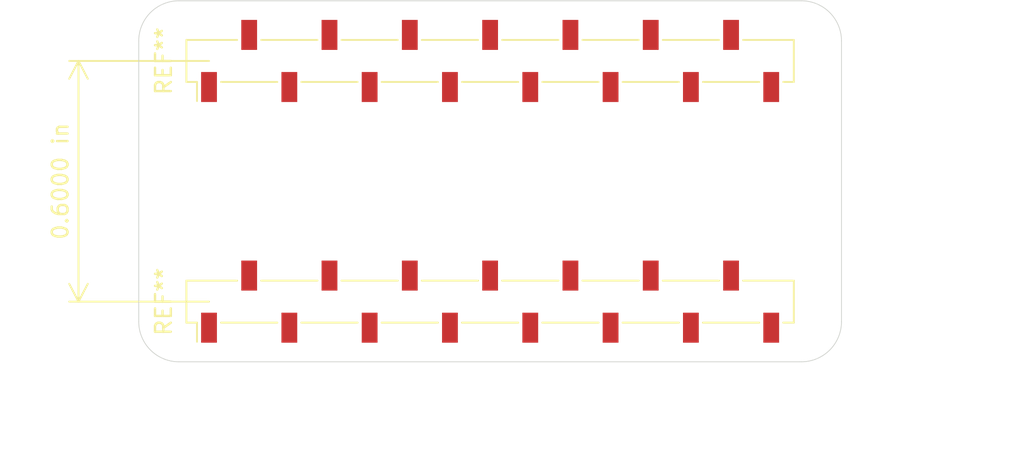
<source format=kicad_pcb>
(kicad_pcb (version 20171130) (host pcbnew 5.1.4-e60b266~84~ubuntu18.04.1)

  (general
    (thickness 1.6)
    (drawings 11)
    (tracks 0)
    (zones 0)
    (modules 2)
    (nets 1)
  )

  (page A4)
  (layers
    (0 Top signal)
    (1 PWR signal)
    (2 MID signal)
    (31 Bottom signal)
    (32 B.Adhes user)
    (33 F.Adhes user)
    (34 B.Paste user)
    (35 F.Paste user)
    (36 B.SilkS user)
    (37 F.SilkS user)
    (38 B.Mask user)
    (39 F.Mask user)
    (40 Dwgs.User user)
    (41 Cmts.User user)
    (42 Eco1.User user)
    (43 Eco2.User user)
    (44 Edge.Cuts user)
    (45 Margin user)
    (46 B.CrtYd user)
    (47 F.CrtYd user)
    (48 B.Fab user)
    (49 F.Fab user)
  )

  (setup
    (last_trace_width 0.25)
    (trace_clearance 0.2)
    (zone_clearance 0.508)
    (zone_45_only no)
    (trace_min 0.2)
    (via_size 0.8)
    (via_drill 0.4)
    (via_min_size 0.4)
    (via_min_drill 0.3)
    (uvia_size 0.3)
    (uvia_drill 0.1)
    (uvias_allowed no)
    (uvia_min_size 0.2)
    (uvia_min_drill 0.1)
    (edge_width 0.05)
    (segment_width 0.2)
    (pcb_text_width 0.3)
    (pcb_text_size 1.5 1.5)
    (mod_edge_width 0.12)
    (mod_text_size 1 1)
    (mod_text_width 0.15)
    (pad_size 1.524 1.524)
    (pad_drill 0.762)
    (pad_to_mask_clearance 0.051)
    (solder_mask_min_width 0.25)
    (aux_axis_origin 0 0)
    (visible_elements FFFFFF7F)
    (pcbplotparams
      (layerselection 0x010fc_ffffffff)
      (usegerberextensions false)
      (usegerberattributes false)
      (usegerberadvancedattributes false)
      (creategerberjobfile false)
      (excludeedgelayer true)
      (linewidth 0.100000)
      (plotframeref false)
      (viasonmask false)
      (mode 1)
      (useauxorigin false)
      (hpglpennumber 1)
      (hpglpenspeed 20)
      (hpglpendiameter 15.000000)
      (psnegative false)
      (psa4output false)
      (plotreference true)
      (plotvalue true)
      (plotinvisibletext false)
      (padsonsilk false)
      (subtractmaskfromsilk false)
      (outputformat 1)
      (mirror false)
      (drillshape 1)
      (scaleselection 1)
      (outputdirectory ""))
  )

  (net 0 "")

  (net_class Default "This is the default net class."
    (clearance 0.2)
    (trace_width 0.25)
    (via_dia 0.8)
    (via_drill 0.4)
    (uvia_dia 0.3)
    (uvia_drill 0.1)
  )

  (module Connector_PinSocket_2.54mm:PinSocket_1x15_P2.54mm_Vertical_SMD_Pin1Left (layer Top) (tedit 5A19A431) (tstamp 5D5F460B)
    (at 76.835 130.81 90)
    (descr "surface-mounted straight socket strip, 1x15, 2.54mm pitch, single row, style 1 (pin 1 left) (https://cdn.harwin.com/pdfs/M20-786.pdf), script generated")
    (tags "Surface mounted socket strip SMD 1x15 2.54mm single row style1 pin1 left")
    (attr smd)
    (fp_text reference REF** (at 0 -20.65 90) (layer F.SilkS)
      (effects (font (size 1 1) (thickness 0.15)))
    )
    (fp_text value PinSocket_1x15_P2.54mm_Vertical_SMD_Pin1Left (at 0 20.65 90) (layer F.Fab) hide
      (effects (font (size 1 1) (thickness 0.15)))
    )
    (fp_line (start -1.33 -19.21) (end 1.33 -19.21) (layer F.SilkS) (width 0.12))
    (fp_line (start 1.33 -19.21) (end 1.33 -16) (layer F.SilkS) (width 0.12))
    (fp_line (start 1.33 -14.48) (end 1.33 -10.92) (layer F.SilkS) (width 0.12))
    (fp_line (start 1.33 -9.4) (end 1.33 -5.84) (layer F.SilkS) (width 0.12))
    (fp_line (start 1.33 -4.32) (end 1.33 -0.76) (layer F.SilkS) (width 0.12))
    (fp_line (start 1.33 0.76) (end 1.33 4.32) (layer F.SilkS) (width 0.12))
    (fp_line (start 1.33 5.84) (end 1.33 9.4) (layer F.SilkS) (width 0.12))
    (fp_line (start 1.33 10.92) (end 1.33 14.48) (layer F.SilkS) (width 0.12))
    (fp_line (start 1.33 16) (end 1.33 19.21) (layer F.SilkS) (width 0.12))
    (fp_line (start -1.33 19.21) (end 1.33 19.21) (layer F.SilkS) (width 0.12))
    (fp_line (start -1.33 -19.21) (end -1.33 -18.54) (layer F.SilkS) (width 0.12))
    (fp_line (start -1.33 -17.02) (end -1.33 -13.46) (layer F.SilkS) (width 0.12))
    (fp_line (start -1.33 -11.94) (end -1.33 -8.38) (layer F.SilkS) (width 0.12))
    (fp_line (start -1.33 -6.86) (end -1.33 -3.3) (layer F.SilkS) (width 0.12))
    (fp_line (start -1.33 -1.78) (end -1.33 1.78) (layer F.SilkS) (width 0.12))
    (fp_line (start -1.33 3.3) (end -1.33 6.86) (layer F.SilkS) (width 0.12))
    (fp_line (start -1.33 8.38) (end -1.33 11.94) (layer F.SilkS) (width 0.12))
    (fp_line (start -1.33 13.46) (end -1.33 17.02) (layer F.SilkS) (width 0.12))
    (fp_line (start -1.33 18.54) (end -1.33 19.21) (layer F.SilkS) (width 0.12))
    (fp_line (start -2.54 -18.54) (end -1.33 -18.54) (layer F.SilkS) (width 0.12))
    (fp_line (start -0.635 -19.15) (end 1.27 -19.15) (layer F.Fab) (width 0.1))
    (fp_line (start 1.27 -19.15) (end 1.27 19.15) (layer F.Fab) (width 0.1))
    (fp_line (start 1.27 19.15) (end -1.27 19.15) (layer F.Fab) (width 0.1))
    (fp_line (start -1.27 19.15) (end -1.27 -18.515) (layer F.Fab) (width 0.1))
    (fp_line (start -1.27 -18.515) (end -0.635 -19.15) (layer F.Fab) (width 0.1))
    (fp_line (start -2.27 -18.08) (end -1.27 -18.08) (layer F.Fab) (width 0.1))
    (fp_line (start -1.27 -17.48) (end -2.27 -17.48) (layer F.Fab) (width 0.1))
    (fp_line (start -2.27 -17.48) (end -2.27 -18.08) (layer F.Fab) (width 0.1))
    (fp_line (start 1.27 -15.54) (end 2.27 -15.54) (layer F.Fab) (width 0.1))
    (fp_line (start 2.27 -15.54) (end 2.27 -14.94) (layer F.Fab) (width 0.1))
    (fp_line (start 2.27 -14.94) (end 1.27 -14.94) (layer F.Fab) (width 0.1))
    (fp_line (start -2.27 -13) (end -1.27 -13) (layer F.Fab) (width 0.1))
    (fp_line (start -1.27 -12.4) (end -2.27 -12.4) (layer F.Fab) (width 0.1))
    (fp_line (start -2.27 -12.4) (end -2.27 -13) (layer F.Fab) (width 0.1))
    (fp_line (start 1.27 -10.46) (end 2.27 -10.46) (layer F.Fab) (width 0.1))
    (fp_line (start 2.27 -10.46) (end 2.27 -9.86) (layer F.Fab) (width 0.1))
    (fp_line (start 2.27 -9.86) (end 1.27 -9.86) (layer F.Fab) (width 0.1))
    (fp_line (start -2.27 -7.92) (end -1.27 -7.92) (layer F.Fab) (width 0.1))
    (fp_line (start -1.27 -7.32) (end -2.27 -7.32) (layer F.Fab) (width 0.1))
    (fp_line (start -2.27 -7.32) (end -2.27 -7.92) (layer F.Fab) (width 0.1))
    (fp_line (start 1.27 -5.38) (end 2.27 -5.38) (layer F.Fab) (width 0.1))
    (fp_line (start 2.27 -5.38) (end 2.27 -4.78) (layer F.Fab) (width 0.1))
    (fp_line (start 2.27 -4.78) (end 1.27 -4.78) (layer F.Fab) (width 0.1))
    (fp_line (start -2.27 -2.84) (end -1.27 -2.84) (layer F.Fab) (width 0.1))
    (fp_line (start -1.27 -2.24) (end -2.27 -2.24) (layer F.Fab) (width 0.1))
    (fp_line (start -2.27 -2.24) (end -2.27 -2.84) (layer F.Fab) (width 0.1))
    (fp_line (start 1.27 -0.3) (end 2.27 -0.3) (layer F.Fab) (width 0.1))
    (fp_line (start 2.27 -0.3) (end 2.27 0.3) (layer F.Fab) (width 0.1))
    (fp_line (start 2.27 0.3) (end 1.27 0.3) (layer F.Fab) (width 0.1))
    (fp_line (start -2.27 2.24) (end -1.27 2.24) (layer F.Fab) (width 0.1))
    (fp_line (start -1.27 2.84) (end -2.27 2.84) (layer F.Fab) (width 0.1))
    (fp_line (start -2.27 2.84) (end -2.27 2.24) (layer F.Fab) (width 0.1))
    (fp_line (start 1.27 4.78) (end 2.27 4.78) (layer F.Fab) (width 0.1))
    (fp_line (start 2.27 4.78) (end 2.27 5.38) (layer F.Fab) (width 0.1))
    (fp_line (start 2.27 5.38) (end 1.27 5.38) (layer F.Fab) (width 0.1))
    (fp_line (start -2.27 7.32) (end -1.27 7.32) (layer F.Fab) (width 0.1))
    (fp_line (start -1.27 7.92) (end -2.27 7.92) (layer F.Fab) (width 0.1))
    (fp_line (start -2.27 7.92) (end -2.27 7.32) (layer F.Fab) (width 0.1))
    (fp_line (start 1.27 9.86) (end 2.27 9.86) (layer F.Fab) (width 0.1))
    (fp_line (start 2.27 9.86) (end 2.27 10.46) (layer F.Fab) (width 0.1))
    (fp_line (start 2.27 10.46) (end 1.27 10.46) (layer F.Fab) (width 0.1))
    (fp_line (start -2.27 12.4) (end -1.27 12.4) (layer F.Fab) (width 0.1))
    (fp_line (start -1.27 13) (end -2.27 13) (layer F.Fab) (width 0.1))
    (fp_line (start -2.27 13) (end -2.27 12.4) (layer F.Fab) (width 0.1))
    (fp_line (start 1.27 14.94) (end 2.27 14.94) (layer F.Fab) (width 0.1))
    (fp_line (start 2.27 14.94) (end 2.27 15.54) (layer F.Fab) (width 0.1))
    (fp_line (start 2.27 15.54) (end 1.27 15.54) (layer F.Fab) (width 0.1))
    (fp_line (start -2.27 17.48) (end -1.27 17.48) (layer F.Fab) (width 0.1))
    (fp_line (start -1.27 18.08) (end -2.27 18.08) (layer F.Fab) (width 0.1))
    (fp_line (start -2.27 18.08) (end -2.27 17.48) (layer F.Fab) (width 0.1))
    (fp_line (start -3.1 -19.65) (end 3.1 -19.65) (layer F.CrtYd) (width 0.05))
    (fp_line (start 3.1 -19.65) (end 3.1 19.65) (layer F.CrtYd) (width 0.05))
    (fp_line (start 3.1 19.65) (end -3.1 19.65) (layer F.CrtYd) (width 0.05))
    (fp_line (start -3.1 19.65) (end -3.1 -19.65) (layer F.CrtYd) (width 0.05))
    (fp_text user %R (at 0 0) (layer F.Fab)
      (effects (font (size 1 1) (thickness 0.15)))
    )
    (pad 1 smd rect (at -1.65 -17.78 90) (size 1.9 1) (layers Top F.Paste F.Mask))
    (pad 3 smd rect (at -1.65 -12.7 90) (size 1.9 1) (layers Top F.Paste F.Mask))
    (pad 5 smd rect (at -1.65 -7.62 90) (size 1.9 1) (layers Top F.Paste F.Mask))
    (pad 7 smd rect (at -1.65 -2.54 90) (size 1.9 1) (layers Top F.Paste F.Mask))
    (pad 9 smd rect (at -1.65 2.54 90) (size 1.9 1) (layers Top F.Paste F.Mask))
    (pad 11 smd rect (at -1.65 7.62 90) (size 1.9 1) (layers Top F.Paste F.Mask))
    (pad 13 smd rect (at -1.65 12.7 90) (size 1.9 1) (layers Top F.Paste F.Mask))
    (pad 15 smd rect (at -1.65 17.78 90) (size 1.9 1) (layers Top F.Paste F.Mask))
    (pad 2 smd rect (at 1.65 -15.24 90) (size 1.9 1) (layers Top F.Paste F.Mask))
    (pad 4 smd rect (at 1.65 -10.16 90) (size 1.9 1) (layers Top F.Paste F.Mask))
    (pad 6 smd rect (at 1.65 -5.08 90) (size 1.9 1) (layers Top F.Paste F.Mask))
    (pad 8 smd rect (at 1.65 0 90) (size 1.9 1) (layers Top F.Paste F.Mask))
    (pad 10 smd rect (at 1.65 5.08 90) (size 1.9 1) (layers Top F.Paste F.Mask))
    (pad 12 smd rect (at 1.65 10.16 90) (size 1.9 1) (layers Top F.Paste F.Mask))
    (pad 14 smd rect (at 1.65 15.24 90) (size 1.9 1) (layers Top F.Paste F.Mask))
    (model ${KISYS3DMOD}/Connector_PinSocket_2.54mm.3dshapes/PinSocket_1x15_P2.54mm_Vertical_SMD_Pin1Left.wrl
      (at (xyz 0 0 0))
      (scale (xyz 1 1 1))
      (rotate (xyz 0 0 0))
    )
  )

  (module Connector_PinSocket_2.54mm:PinSocket_1x15_P2.54mm_Vertical_SMD_Pin1Left (layer Top) (tedit 5A19A431) (tstamp 5D5F45AC)
    (at 76.835 115.57 90)
    (descr "surface-mounted straight socket strip, 1x15, 2.54mm pitch, single row, style 1 (pin 1 left) (https://cdn.harwin.com/pdfs/M20-786.pdf), script generated")
    (tags "Surface mounted socket strip SMD 1x15 2.54mm single row style1 pin1 left")
    (attr smd)
    (fp_text reference REF** (at 0 -20.65 90) (layer F.SilkS)
      (effects (font (size 1 1) (thickness 0.15)))
    )
    (fp_text value PinSocket_1x15_P2.54mm_Vertical_SMD_Pin1Left (at 0 20.65 90) (layer F.Fab) hide
      (effects (font (size 1 1) (thickness 0.15)))
    )
    (fp_text user %R (at 0 0) (layer F.Fab)
      (effects (font (size 1 1) (thickness 0.15)))
    )
    (fp_line (start -3.1 19.65) (end -3.1 -19.65) (layer F.CrtYd) (width 0.05))
    (fp_line (start 3.1 19.65) (end -3.1 19.65) (layer F.CrtYd) (width 0.05))
    (fp_line (start 3.1 -19.65) (end 3.1 19.65) (layer F.CrtYd) (width 0.05))
    (fp_line (start -3.1 -19.65) (end 3.1 -19.65) (layer F.CrtYd) (width 0.05))
    (fp_line (start -2.27 18.08) (end -2.27 17.48) (layer F.Fab) (width 0.1))
    (fp_line (start -1.27 18.08) (end -2.27 18.08) (layer F.Fab) (width 0.1))
    (fp_line (start -2.27 17.48) (end -1.27 17.48) (layer F.Fab) (width 0.1))
    (fp_line (start 2.27 15.54) (end 1.27 15.54) (layer F.Fab) (width 0.1))
    (fp_line (start 2.27 14.94) (end 2.27 15.54) (layer F.Fab) (width 0.1))
    (fp_line (start 1.27 14.94) (end 2.27 14.94) (layer F.Fab) (width 0.1))
    (fp_line (start -2.27 13) (end -2.27 12.4) (layer F.Fab) (width 0.1))
    (fp_line (start -1.27 13) (end -2.27 13) (layer F.Fab) (width 0.1))
    (fp_line (start -2.27 12.4) (end -1.27 12.4) (layer F.Fab) (width 0.1))
    (fp_line (start 2.27 10.46) (end 1.27 10.46) (layer F.Fab) (width 0.1))
    (fp_line (start 2.27 9.86) (end 2.27 10.46) (layer F.Fab) (width 0.1))
    (fp_line (start 1.27 9.86) (end 2.27 9.86) (layer F.Fab) (width 0.1))
    (fp_line (start -2.27 7.92) (end -2.27 7.32) (layer F.Fab) (width 0.1))
    (fp_line (start -1.27 7.92) (end -2.27 7.92) (layer F.Fab) (width 0.1))
    (fp_line (start -2.27 7.32) (end -1.27 7.32) (layer F.Fab) (width 0.1))
    (fp_line (start 2.27 5.38) (end 1.27 5.38) (layer F.Fab) (width 0.1))
    (fp_line (start 2.27 4.78) (end 2.27 5.38) (layer F.Fab) (width 0.1))
    (fp_line (start 1.27 4.78) (end 2.27 4.78) (layer F.Fab) (width 0.1))
    (fp_line (start -2.27 2.84) (end -2.27 2.24) (layer F.Fab) (width 0.1))
    (fp_line (start -1.27 2.84) (end -2.27 2.84) (layer F.Fab) (width 0.1))
    (fp_line (start -2.27 2.24) (end -1.27 2.24) (layer F.Fab) (width 0.1))
    (fp_line (start 2.27 0.3) (end 1.27 0.3) (layer F.Fab) (width 0.1))
    (fp_line (start 2.27 -0.3) (end 2.27 0.3) (layer F.Fab) (width 0.1))
    (fp_line (start 1.27 -0.3) (end 2.27 -0.3) (layer F.Fab) (width 0.1))
    (fp_line (start -2.27 -2.24) (end -2.27 -2.84) (layer F.Fab) (width 0.1))
    (fp_line (start -1.27 -2.24) (end -2.27 -2.24) (layer F.Fab) (width 0.1))
    (fp_line (start -2.27 -2.84) (end -1.27 -2.84) (layer F.Fab) (width 0.1))
    (fp_line (start 2.27 -4.78) (end 1.27 -4.78) (layer F.Fab) (width 0.1))
    (fp_line (start 2.27 -5.38) (end 2.27 -4.78) (layer F.Fab) (width 0.1))
    (fp_line (start 1.27 -5.38) (end 2.27 -5.38) (layer F.Fab) (width 0.1))
    (fp_line (start -2.27 -7.32) (end -2.27 -7.92) (layer F.Fab) (width 0.1))
    (fp_line (start -1.27 -7.32) (end -2.27 -7.32) (layer F.Fab) (width 0.1))
    (fp_line (start -2.27 -7.92) (end -1.27 -7.92) (layer F.Fab) (width 0.1))
    (fp_line (start 2.27 -9.86) (end 1.27 -9.86) (layer F.Fab) (width 0.1))
    (fp_line (start 2.27 -10.46) (end 2.27 -9.86) (layer F.Fab) (width 0.1))
    (fp_line (start 1.27 -10.46) (end 2.27 -10.46) (layer F.Fab) (width 0.1))
    (fp_line (start -2.27 -12.4) (end -2.27 -13) (layer F.Fab) (width 0.1))
    (fp_line (start -1.27 -12.4) (end -2.27 -12.4) (layer F.Fab) (width 0.1))
    (fp_line (start -2.27 -13) (end -1.27 -13) (layer F.Fab) (width 0.1))
    (fp_line (start 2.27 -14.94) (end 1.27 -14.94) (layer F.Fab) (width 0.1))
    (fp_line (start 2.27 -15.54) (end 2.27 -14.94) (layer F.Fab) (width 0.1))
    (fp_line (start 1.27 -15.54) (end 2.27 -15.54) (layer F.Fab) (width 0.1))
    (fp_line (start -2.27 -17.48) (end -2.27 -18.08) (layer F.Fab) (width 0.1))
    (fp_line (start -1.27 -17.48) (end -2.27 -17.48) (layer F.Fab) (width 0.1))
    (fp_line (start -2.27 -18.08) (end -1.27 -18.08) (layer F.Fab) (width 0.1))
    (fp_line (start -1.27 -18.515) (end -0.635 -19.15) (layer F.Fab) (width 0.1))
    (fp_line (start -1.27 19.15) (end -1.27 -18.515) (layer F.Fab) (width 0.1))
    (fp_line (start 1.27 19.15) (end -1.27 19.15) (layer F.Fab) (width 0.1))
    (fp_line (start 1.27 -19.15) (end 1.27 19.15) (layer F.Fab) (width 0.1))
    (fp_line (start -0.635 -19.15) (end 1.27 -19.15) (layer F.Fab) (width 0.1))
    (fp_line (start -2.54 -18.54) (end -1.33 -18.54) (layer F.SilkS) (width 0.12))
    (fp_line (start -1.33 18.54) (end -1.33 19.21) (layer F.SilkS) (width 0.12))
    (fp_line (start -1.33 13.46) (end -1.33 17.02) (layer F.SilkS) (width 0.12))
    (fp_line (start -1.33 8.38) (end -1.33 11.94) (layer F.SilkS) (width 0.12))
    (fp_line (start -1.33 3.3) (end -1.33 6.86) (layer F.SilkS) (width 0.12))
    (fp_line (start -1.33 -1.78) (end -1.33 1.78) (layer F.SilkS) (width 0.12))
    (fp_line (start -1.33 -6.86) (end -1.33 -3.3) (layer F.SilkS) (width 0.12))
    (fp_line (start -1.33 -11.94) (end -1.33 -8.38) (layer F.SilkS) (width 0.12))
    (fp_line (start -1.33 -17.02) (end -1.33 -13.46) (layer F.SilkS) (width 0.12))
    (fp_line (start -1.33 -19.21) (end -1.33 -18.54) (layer F.SilkS) (width 0.12))
    (fp_line (start -1.33 19.21) (end 1.33 19.21) (layer F.SilkS) (width 0.12))
    (fp_line (start 1.33 16) (end 1.33 19.21) (layer F.SilkS) (width 0.12))
    (fp_line (start 1.33 10.92) (end 1.33 14.48) (layer F.SilkS) (width 0.12))
    (fp_line (start 1.33 5.84) (end 1.33 9.4) (layer F.SilkS) (width 0.12))
    (fp_line (start 1.33 0.76) (end 1.33 4.32) (layer F.SilkS) (width 0.12))
    (fp_line (start 1.33 -4.32) (end 1.33 -0.76) (layer F.SilkS) (width 0.12))
    (fp_line (start 1.33 -9.4) (end 1.33 -5.84) (layer F.SilkS) (width 0.12))
    (fp_line (start 1.33 -14.48) (end 1.33 -10.92) (layer F.SilkS) (width 0.12))
    (fp_line (start 1.33 -19.21) (end 1.33 -16) (layer F.SilkS) (width 0.12))
    (fp_line (start -1.33 -19.21) (end 1.33 -19.21) (layer F.SilkS) (width 0.12))
    (pad 14 smd rect (at 1.65 15.24 90) (size 1.9 1) (layers Top F.Paste F.Mask))
    (pad 12 smd rect (at 1.65 10.16 90) (size 1.9 1) (layers Top F.Paste F.Mask))
    (pad 10 smd rect (at 1.65 5.08 90) (size 1.9 1) (layers Top F.Paste F.Mask))
    (pad 8 smd rect (at 1.65 0 90) (size 1.9 1) (layers Top F.Paste F.Mask))
    (pad 6 smd rect (at 1.65 -5.08 90) (size 1.9 1) (layers Top F.Paste F.Mask))
    (pad 4 smd rect (at 1.65 -10.16 90) (size 1.9 1) (layers Top F.Paste F.Mask))
    (pad 2 smd rect (at 1.65 -15.24 90) (size 1.9 1) (layers Top F.Paste F.Mask))
    (pad 15 smd rect (at -1.65 17.78 90) (size 1.9 1) (layers Top F.Paste F.Mask))
    (pad 13 smd rect (at -1.65 12.7 90) (size 1.9 1) (layers Top F.Paste F.Mask))
    (pad 11 smd rect (at -1.65 7.62 90) (size 1.9 1) (layers Top F.Paste F.Mask))
    (pad 9 smd rect (at -1.65 2.54 90) (size 1.9 1) (layers Top F.Paste F.Mask))
    (pad 7 smd rect (at -1.65 -2.54 90) (size 1.9 1) (layers Top F.Paste F.Mask))
    (pad 5 smd rect (at -1.65 -7.62 90) (size 1.9 1) (layers Top F.Paste F.Mask))
    (pad 3 smd rect (at -1.65 -12.7 90) (size 1.9 1) (layers Top F.Paste F.Mask))
    (pad 1 smd rect (at -1.65 -17.78 90) (size 1.9 1) (layers Top F.Paste F.Mask))
    (model ${KISYS3DMOD}/Connector_PinSocket_2.54mm.3dshapes/PinSocket_1x15_P2.54mm_Vertical_SMD_Pin1Left.wrl
      (at (xyz 0 0 0))
      (scale (xyz 1 1 1))
      (rotate (xyz 0 0 0))
    )
  )

  (dimension 44.45 (width 0.1) (layer Dwgs.User)
    (gr_text "44.450 mm" (at 76.835 140.95) (layer Dwgs.User)
      (effects (font (size 1 1) (thickness 0.15)))
    )
    (feature1 (pts (xy 54.61 134.62) (xy 54.61 140.286421)))
    (feature2 (pts (xy 99.06 134.62) (xy 99.06 140.286421)))
    (crossbar (pts (xy 99.06 139.7) (xy 54.61 139.7)))
    (arrow1a (pts (xy 54.61 139.7) (xy 55.736504 139.113579)))
    (arrow1b (pts (xy 54.61 139.7) (xy 55.736504 140.286421)))
    (arrow2a (pts (xy 99.06 139.7) (xy 97.933496 139.113579)))
    (arrow2b (pts (xy 99.06 139.7) (xy 97.933496 140.286421)))
  )
  (dimension 22.86 (width 0.1) (layer Dwgs.User)
    (gr_text "22.860 mm" (at 109.2 123.19 90) (layer Dwgs.User)
      (effects (font (size 1 1) (thickness 0.15)))
    )
    (feature1 (pts (xy 99.06 111.76) (xy 108.536421 111.76)))
    (feature2 (pts (xy 99.06 134.62) (xy 108.536421 134.62)))
    (crossbar (pts (xy 107.95 134.62) (xy 107.95 111.76)))
    (arrow1a (pts (xy 107.95 111.76) (xy 108.536421 112.886504)))
    (arrow1b (pts (xy 107.95 111.76) (xy 107.363579 112.886504)))
    (arrow2a (pts (xy 107.95 134.62) (xy 108.536421 133.493496)))
    (arrow2b (pts (xy 107.95 134.62) (xy 107.363579 133.493496)))
  )
  (gr_arc (start 57.15 132.08) (end 54.61 132.08) (angle -90) (layer Edge.Cuts) (width 0.05) (tstamp 5D5F4D90))
  (gr_arc (start 57.15 114.3) (end 57.15 111.76) (angle -90) (layer Edge.Cuts) (width 0.05) (tstamp 5D5F4D8D))
  (gr_arc (start 96.52 114.3) (end 99.06 114.3) (angle -90) (layer Edge.Cuts) (width 0.05) (tstamp 5D5F4D8A))
  (gr_arc (start 96.52 132.08) (end 96.52 134.62) (angle -90) (layer Edge.Cuts) (width 0.05))
  (gr_line (start 57.15 111.76) (end 96.52 111.76) (layer Edge.Cuts) (width 0.05) (tstamp 5D5F48D8))
  (gr_line (start 57.15 134.62) (end 96.52 134.62) (layer Edge.Cuts) (width 0.05) (tstamp 5D5F48D2))
  (gr_line (start 54.61 114.3) (end 54.61 132.08) (layer Edge.Cuts) (width 0.05) (tstamp 5D5F47CB))
  (gr_line (start 99.06 132.08) (end 99.06 114.3) (layer Edge.Cuts) (width 0.05))
  (dimension 15.24 (width 0.12) (layer F.SilkS)
    (gr_text "15.240 mm" (at 49.53 123.19 270) (layer F.SilkS)
      (effects (font (size 1 1) (thickness 0.15)))
    )
    (feature1 (pts (xy 59.055 130.81) (xy 50.213579 130.81)))
    (feature2 (pts (xy 59.055 115.57) (xy 50.213579 115.57)))
    (crossbar (pts (xy 50.8 115.57) (xy 50.8 130.81)))
    (arrow1a (pts (xy 50.8 130.81) (xy 50.213579 129.683496)))
    (arrow1b (pts (xy 50.8 130.81) (xy 51.386421 129.683496)))
    (arrow2a (pts (xy 50.8 115.57) (xy 50.213579 116.696504)))
    (arrow2b (pts (xy 50.8 115.57) (xy 51.386421 116.696504)))
  )

)

</source>
